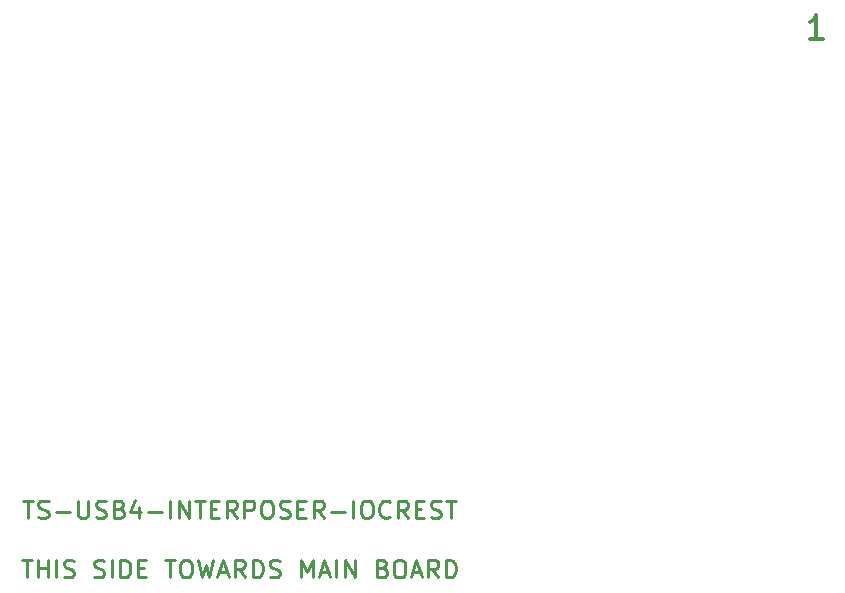
<source format=gbr>
%TF.GenerationSoftware,KiCad,Pcbnew,9.0.0*%
%TF.CreationDate,2025-03-02T12:58:23-05:00*%
%TF.ProjectId,Interposer_Board_IOCrest,496e7465-7270-46f7-9365-725f426f6172,rev?*%
%TF.SameCoordinates,Original*%
%TF.FileFunction,Legend,Top*%
%TF.FilePolarity,Positive*%
%FSLAX46Y46*%
G04 Gerber Fmt 4.6, Leading zero omitted, Abs format (unit mm)*
G04 Created by KiCad (PCBNEW 9.0.0) date 2025-03-02 12:58:23*
%MOMM*%
%LPD*%
G01*
G04 APERTURE LIST*
%ADD10C,0.300000*%
%ADD11C,0.250000*%
G04 APERTURE END LIST*
D10*
X180417528Y-68358238D02*
X179274671Y-68358238D01*
X179846099Y-68358238D02*
X179846099Y-66358238D01*
X179846099Y-66358238D02*
X179655623Y-66643952D01*
X179655623Y-66643952D02*
X179465147Y-66834428D01*
X179465147Y-66834428D02*
X179274671Y-66929666D01*
D11*
X112704671Y-107432028D02*
X113561814Y-107432028D01*
X113133242Y-108932028D02*
X113133242Y-107432028D01*
X113990385Y-108860600D02*
X114204671Y-108932028D01*
X114204671Y-108932028D02*
X114561813Y-108932028D01*
X114561813Y-108932028D02*
X114704671Y-108860600D01*
X114704671Y-108860600D02*
X114776099Y-108789171D01*
X114776099Y-108789171D02*
X114847528Y-108646314D01*
X114847528Y-108646314D02*
X114847528Y-108503457D01*
X114847528Y-108503457D02*
X114776099Y-108360600D01*
X114776099Y-108360600D02*
X114704671Y-108289171D01*
X114704671Y-108289171D02*
X114561813Y-108217742D01*
X114561813Y-108217742D02*
X114276099Y-108146314D01*
X114276099Y-108146314D02*
X114133242Y-108074885D01*
X114133242Y-108074885D02*
X114061813Y-108003457D01*
X114061813Y-108003457D02*
X113990385Y-107860600D01*
X113990385Y-107860600D02*
X113990385Y-107717742D01*
X113990385Y-107717742D02*
X114061813Y-107574885D01*
X114061813Y-107574885D02*
X114133242Y-107503457D01*
X114133242Y-107503457D02*
X114276099Y-107432028D01*
X114276099Y-107432028D02*
X114633242Y-107432028D01*
X114633242Y-107432028D02*
X114847528Y-107503457D01*
X115490384Y-108360600D02*
X116633242Y-108360600D01*
X117347527Y-107432028D02*
X117347527Y-108646314D01*
X117347527Y-108646314D02*
X117418956Y-108789171D01*
X117418956Y-108789171D02*
X117490385Y-108860600D01*
X117490385Y-108860600D02*
X117633242Y-108932028D01*
X117633242Y-108932028D02*
X117918956Y-108932028D01*
X117918956Y-108932028D02*
X118061813Y-108860600D01*
X118061813Y-108860600D02*
X118133242Y-108789171D01*
X118133242Y-108789171D02*
X118204670Y-108646314D01*
X118204670Y-108646314D02*
X118204670Y-107432028D01*
X118847528Y-108860600D02*
X119061814Y-108932028D01*
X119061814Y-108932028D02*
X119418956Y-108932028D01*
X119418956Y-108932028D02*
X119561814Y-108860600D01*
X119561814Y-108860600D02*
X119633242Y-108789171D01*
X119633242Y-108789171D02*
X119704671Y-108646314D01*
X119704671Y-108646314D02*
X119704671Y-108503457D01*
X119704671Y-108503457D02*
X119633242Y-108360600D01*
X119633242Y-108360600D02*
X119561814Y-108289171D01*
X119561814Y-108289171D02*
X119418956Y-108217742D01*
X119418956Y-108217742D02*
X119133242Y-108146314D01*
X119133242Y-108146314D02*
X118990385Y-108074885D01*
X118990385Y-108074885D02*
X118918956Y-108003457D01*
X118918956Y-108003457D02*
X118847528Y-107860600D01*
X118847528Y-107860600D02*
X118847528Y-107717742D01*
X118847528Y-107717742D02*
X118918956Y-107574885D01*
X118918956Y-107574885D02*
X118990385Y-107503457D01*
X118990385Y-107503457D02*
X119133242Y-107432028D01*
X119133242Y-107432028D02*
X119490385Y-107432028D01*
X119490385Y-107432028D02*
X119704671Y-107503457D01*
X120847527Y-108146314D02*
X121061813Y-108217742D01*
X121061813Y-108217742D02*
X121133242Y-108289171D01*
X121133242Y-108289171D02*
X121204670Y-108432028D01*
X121204670Y-108432028D02*
X121204670Y-108646314D01*
X121204670Y-108646314D02*
X121133242Y-108789171D01*
X121133242Y-108789171D02*
X121061813Y-108860600D01*
X121061813Y-108860600D02*
X120918956Y-108932028D01*
X120918956Y-108932028D02*
X120347527Y-108932028D01*
X120347527Y-108932028D02*
X120347527Y-107432028D01*
X120347527Y-107432028D02*
X120847527Y-107432028D01*
X120847527Y-107432028D02*
X120990385Y-107503457D01*
X120990385Y-107503457D02*
X121061813Y-107574885D01*
X121061813Y-107574885D02*
X121133242Y-107717742D01*
X121133242Y-107717742D02*
X121133242Y-107860600D01*
X121133242Y-107860600D02*
X121061813Y-108003457D01*
X121061813Y-108003457D02*
X120990385Y-108074885D01*
X120990385Y-108074885D02*
X120847527Y-108146314D01*
X120847527Y-108146314D02*
X120347527Y-108146314D01*
X122490385Y-107932028D02*
X122490385Y-108932028D01*
X122133242Y-107360600D02*
X121776099Y-108432028D01*
X121776099Y-108432028D02*
X122704670Y-108432028D01*
X123276098Y-108360600D02*
X124418956Y-108360600D01*
X125133241Y-108932028D02*
X125133241Y-107432028D01*
X125847527Y-108932028D02*
X125847527Y-107432028D01*
X125847527Y-107432028D02*
X126704670Y-108932028D01*
X126704670Y-108932028D02*
X126704670Y-107432028D01*
X127204671Y-107432028D02*
X128061814Y-107432028D01*
X127633242Y-108932028D02*
X127633242Y-107432028D01*
X128561813Y-108146314D02*
X129061813Y-108146314D01*
X129276099Y-108932028D02*
X128561813Y-108932028D01*
X128561813Y-108932028D02*
X128561813Y-107432028D01*
X128561813Y-107432028D02*
X129276099Y-107432028D01*
X130776099Y-108932028D02*
X130276099Y-108217742D01*
X129918956Y-108932028D02*
X129918956Y-107432028D01*
X129918956Y-107432028D02*
X130490385Y-107432028D01*
X130490385Y-107432028D02*
X130633242Y-107503457D01*
X130633242Y-107503457D02*
X130704671Y-107574885D01*
X130704671Y-107574885D02*
X130776099Y-107717742D01*
X130776099Y-107717742D02*
X130776099Y-107932028D01*
X130776099Y-107932028D02*
X130704671Y-108074885D01*
X130704671Y-108074885D02*
X130633242Y-108146314D01*
X130633242Y-108146314D02*
X130490385Y-108217742D01*
X130490385Y-108217742D02*
X129918956Y-108217742D01*
X131418956Y-108932028D02*
X131418956Y-107432028D01*
X131418956Y-107432028D02*
X131990385Y-107432028D01*
X131990385Y-107432028D02*
X132133242Y-107503457D01*
X132133242Y-107503457D02*
X132204671Y-107574885D01*
X132204671Y-107574885D02*
X132276099Y-107717742D01*
X132276099Y-107717742D02*
X132276099Y-107932028D01*
X132276099Y-107932028D02*
X132204671Y-108074885D01*
X132204671Y-108074885D02*
X132133242Y-108146314D01*
X132133242Y-108146314D02*
X131990385Y-108217742D01*
X131990385Y-108217742D02*
X131418956Y-108217742D01*
X133204671Y-107432028D02*
X133490385Y-107432028D01*
X133490385Y-107432028D02*
X133633242Y-107503457D01*
X133633242Y-107503457D02*
X133776099Y-107646314D01*
X133776099Y-107646314D02*
X133847528Y-107932028D01*
X133847528Y-107932028D02*
X133847528Y-108432028D01*
X133847528Y-108432028D02*
X133776099Y-108717742D01*
X133776099Y-108717742D02*
X133633242Y-108860600D01*
X133633242Y-108860600D02*
X133490385Y-108932028D01*
X133490385Y-108932028D02*
X133204671Y-108932028D01*
X133204671Y-108932028D02*
X133061814Y-108860600D01*
X133061814Y-108860600D02*
X132918956Y-108717742D01*
X132918956Y-108717742D02*
X132847528Y-108432028D01*
X132847528Y-108432028D02*
X132847528Y-107932028D01*
X132847528Y-107932028D02*
X132918956Y-107646314D01*
X132918956Y-107646314D02*
X133061814Y-107503457D01*
X133061814Y-107503457D02*
X133204671Y-107432028D01*
X134418957Y-108860600D02*
X134633243Y-108932028D01*
X134633243Y-108932028D02*
X134990385Y-108932028D01*
X134990385Y-108932028D02*
X135133243Y-108860600D01*
X135133243Y-108860600D02*
X135204671Y-108789171D01*
X135204671Y-108789171D02*
X135276100Y-108646314D01*
X135276100Y-108646314D02*
X135276100Y-108503457D01*
X135276100Y-108503457D02*
X135204671Y-108360600D01*
X135204671Y-108360600D02*
X135133243Y-108289171D01*
X135133243Y-108289171D02*
X134990385Y-108217742D01*
X134990385Y-108217742D02*
X134704671Y-108146314D01*
X134704671Y-108146314D02*
X134561814Y-108074885D01*
X134561814Y-108074885D02*
X134490385Y-108003457D01*
X134490385Y-108003457D02*
X134418957Y-107860600D01*
X134418957Y-107860600D02*
X134418957Y-107717742D01*
X134418957Y-107717742D02*
X134490385Y-107574885D01*
X134490385Y-107574885D02*
X134561814Y-107503457D01*
X134561814Y-107503457D02*
X134704671Y-107432028D01*
X134704671Y-107432028D02*
X135061814Y-107432028D01*
X135061814Y-107432028D02*
X135276100Y-107503457D01*
X135918956Y-108146314D02*
X136418956Y-108146314D01*
X136633242Y-108932028D02*
X135918956Y-108932028D01*
X135918956Y-108932028D02*
X135918956Y-107432028D01*
X135918956Y-107432028D02*
X136633242Y-107432028D01*
X138133242Y-108932028D02*
X137633242Y-108217742D01*
X137276099Y-108932028D02*
X137276099Y-107432028D01*
X137276099Y-107432028D02*
X137847528Y-107432028D01*
X137847528Y-107432028D02*
X137990385Y-107503457D01*
X137990385Y-107503457D02*
X138061814Y-107574885D01*
X138061814Y-107574885D02*
X138133242Y-107717742D01*
X138133242Y-107717742D02*
X138133242Y-107932028D01*
X138133242Y-107932028D02*
X138061814Y-108074885D01*
X138061814Y-108074885D02*
X137990385Y-108146314D01*
X137990385Y-108146314D02*
X137847528Y-108217742D01*
X137847528Y-108217742D02*
X137276099Y-108217742D01*
X138776099Y-108360600D02*
X139918957Y-108360600D01*
X140633242Y-108932028D02*
X140633242Y-107432028D01*
X141633243Y-107432028D02*
X141918957Y-107432028D01*
X141918957Y-107432028D02*
X142061814Y-107503457D01*
X142061814Y-107503457D02*
X142204671Y-107646314D01*
X142204671Y-107646314D02*
X142276100Y-107932028D01*
X142276100Y-107932028D02*
X142276100Y-108432028D01*
X142276100Y-108432028D02*
X142204671Y-108717742D01*
X142204671Y-108717742D02*
X142061814Y-108860600D01*
X142061814Y-108860600D02*
X141918957Y-108932028D01*
X141918957Y-108932028D02*
X141633243Y-108932028D01*
X141633243Y-108932028D02*
X141490386Y-108860600D01*
X141490386Y-108860600D02*
X141347528Y-108717742D01*
X141347528Y-108717742D02*
X141276100Y-108432028D01*
X141276100Y-108432028D02*
X141276100Y-107932028D01*
X141276100Y-107932028D02*
X141347528Y-107646314D01*
X141347528Y-107646314D02*
X141490386Y-107503457D01*
X141490386Y-107503457D02*
X141633243Y-107432028D01*
X143776100Y-108789171D02*
X143704672Y-108860600D01*
X143704672Y-108860600D02*
X143490386Y-108932028D01*
X143490386Y-108932028D02*
X143347529Y-108932028D01*
X143347529Y-108932028D02*
X143133243Y-108860600D01*
X143133243Y-108860600D02*
X142990386Y-108717742D01*
X142990386Y-108717742D02*
X142918957Y-108574885D01*
X142918957Y-108574885D02*
X142847529Y-108289171D01*
X142847529Y-108289171D02*
X142847529Y-108074885D01*
X142847529Y-108074885D02*
X142918957Y-107789171D01*
X142918957Y-107789171D02*
X142990386Y-107646314D01*
X142990386Y-107646314D02*
X143133243Y-107503457D01*
X143133243Y-107503457D02*
X143347529Y-107432028D01*
X143347529Y-107432028D02*
X143490386Y-107432028D01*
X143490386Y-107432028D02*
X143704672Y-107503457D01*
X143704672Y-107503457D02*
X143776100Y-107574885D01*
X145276100Y-108932028D02*
X144776100Y-108217742D01*
X144418957Y-108932028D02*
X144418957Y-107432028D01*
X144418957Y-107432028D02*
X144990386Y-107432028D01*
X144990386Y-107432028D02*
X145133243Y-107503457D01*
X145133243Y-107503457D02*
X145204672Y-107574885D01*
X145204672Y-107574885D02*
X145276100Y-107717742D01*
X145276100Y-107717742D02*
X145276100Y-107932028D01*
X145276100Y-107932028D02*
X145204672Y-108074885D01*
X145204672Y-108074885D02*
X145133243Y-108146314D01*
X145133243Y-108146314D02*
X144990386Y-108217742D01*
X144990386Y-108217742D02*
X144418957Y-108217742D01*
X145918957Y-108146314D02*
X146418957Y-108146314D01*
X146633243Y-108932028D02*
X145918957Y-108932028D01*
X145918957Y-108932028D02*
X145918957Y-107432028D01*
X145918957Y-107432028D02*
X146633243Y-107432028D01*
X147204672Y-108860600D02*
X147418958Y-108932028D01*
X147418958Y-108932028D02*
X147776100Y-108932028D01*
X147776100Y-108932028D02*
X147918958Y-108860600D01*
X147918958Y-108860600D02*
X147990386Y-108789171D01*
X147990386Y-108789171D02*
X148061815Y-108646314D01*
X148061815Y-108646314D02*
X148061815Y-108503457D01*
X148061815Y-108503457D02*
X147990386Y-108360600D01*
X147990386Y-108360600D02*
X147918958Y-108289171D01*
X147918958Y-108289171D02*
X147776100Y-108217742D01*
X147776100Y-108217742D02*
X147490386Y-108146314D01*
X147490386Y-108146314D02*
X147347529Y-108074885D01*
X147347529Y-108074885D02*
X147276100Y-108003457D01*
X147276100Y-108003457D02*
X147204672Y-107860600D01*
X147204672Y-107860600D02*
X147204672Y-107717742D01*
X147204672Y-107717742D02*
X147276100Y-107574885D01*
X147276100Y-107574885D02*
X147347529Y-107503457D01*
X147347529Y-107503457D02*
X147490386Y-107432028D01*
X147490386Y-107432028D02*
X147847529Y-107432028D01*
X147847529Y-107432028D02*
X148061815Y-107503457D01*
X148490386Y-107432028D02*
X149347529Y-107432028D01*
X148918957Y-108932028D02*
X148918957Y-107432028D01*
X112561814Y-112432028D02*
X113418957Y-112432028D01*
X112990385Y-113932028D02*
X112990385Y-112432028D01*
X113918956Y-113932028D02*
X113918956Y-112432028D01*
X113918956Y-113146314D02*
X114776099Y-113146314D01*
X114776099Y-113932028D02*
X114776099Y-112432028D01*
X115490385Y-113932028D02*
X115490385Y-112432028D01*
X116133243Y-113860600D02*
X116347529Y-113932028D01*
X116347529Y-113932028D02*
X116704671Y-113932028D01*
X116704671Y-113932028D02*
X116847529Y-113860600D01*
X116847529Y-113860600D02*
X116918957Y-113789171D01*
X116918957Y-113789171D02*
X116990386Y-113646314D01*
X116990386Y-113646314D02*
X116990386Y-113503457D01*
X116990386Y-113503457D02*
X116918957Y-113360600D01*
X116918957Y-113360600D02*
X116847529Y-113289171D01*
X116847529Y-113289171D02*
X116704671Y-113217742D01*
X116704671Y-113217742D02*
X116418957Y-113146314D01*
X116418957Y-113146314D02*
X116276100Y-113074885D01*
X116276100Y-113074885D02*
X116204671Y-113003457D01*
X116204671Y-113003457D02*
X116133243Y-112860600D01*
X116133243Y-112860600D02*
X116133243Y-112717742D01*
X116133243Y-112717742D02*
X116204671Y-112574885D01*
X116204671Y-112574885D02*
X116276100Y-112503457D01*
X116276100Y-112503457D02*
X116418957Y-112432028D01*
X116418957Y-112432028D02*
X116776100Y-112432028D01*
X116776100Y-112432028D02*
X116990386Y-112503457D01*
X118704671Y-113860600D02*
X118918957Y-113932028D01*
X118918957Y-113932028D02*
X119276099Y-113932028D01*
X119276099Y-113932028D02*
X119418957Y-113860600D01*
X119418957Y-113860600D02*
X119490385Y-113789171D01*
X119490385Y-113789171D02*
X119561814Y-113646314D01*
X119561814Y-113646314D02*
X119561814Y-113503457D01*
X119561814Y-113503457D02*
X119490385Y-113360600D01*
X119490385Y-113360600D02*
X119418957Y-113289171D01*
X119418957Y-113289171D02*
X119276099Y-113217742D01*
X119276099Y-113217742D02*
X118990385Y-113146314D01*
X118990385Y-113146314D02*
X118847528Y-113074885D01*
X118847528Y-113074885D02*
X118776099Y-113003457D01*
X118776099Y-113003457D02*
X118704671Y-112860600D01*
X118704671Y-112860600D02*
X118704671Y-112717742D01*
X118704671Y-112717742D02*
X118776099Y-112574885D01*
X118776099Y-112574885D02*
X118847528Y-112503457D01*
X118847528Y-112503457D02*
X118990385Y-112432028D01*
X118990385Y-112432028D02*
X119347528Y-112432028D01*
X119347528Y-112432028D02*
X119561814Y-112503457D01*
X120204670Y-113932028D02*
X120204670Y-112432028D01*
X120918956Y-113932028D02*
X120918956Y-112432028D01*
X120918956Y-112432028D02*
X121276099Y-112432028D01*
X121276099Y-112432028D02*
X121490385Y-112503457D01*
X121490385Y-112503457D02*
X121633242Y-112646314D01*
X121633242Y-112646314D02*
X121704671Y-112789171D01*
X121704671Y-112789171D02*
X121776099Y-113074885D01*
X121776099Y-113074885D02*
X121776099Y-113289171D01*
X121776099Y-113289171D02*
X121704671Y-113574885D01*
X121704671Y-113574885D02*
X121633242Y-113717742D01*
X121633242Y-113717742D02*
X121490385Y-113860600D01*
X121490385Y-113860600D02*
X121276099Y-113932028D01*
X121276099Y-113932028D02*
X120918956Y-113932028D01*
X122418956Y-113146314D02*
X122918956Y-113146314D01*
X123133242Y-113932028D02*
X122418956Y-113932028D01*
X122418956Y-113932028D02*
X122418956Y-112432028D01*
X122418956Y-112432028D02*
X123133242Y-112432028D01*
X124704671Y-112432028D02*
X125561814Y-112432028D01*
X125133242Y-113932028D02*
X125133242Y-112432028D01*
X126347528Y-112432028D02*
X126633242Y-112432028D01*
X126633242Y-112432028D02*
X126776099Y-112503457D01*
X126776099Y-112503457D02*
X126918956Y-112646314D01*
X126918956Y-112646314D02*
X126990385Y-112932028D01*
X126990385Y-112932028D02*
X126990385Y-113432028D01*
X126990385Y-113432028D02*
X126918956Y-113717742D01*
X126918956Y-113717742D02*
X126776099Y-113860600D01*
X126776099Y-113860600D02*
X126633242Y-113932028D01*
X126633242Y-113932028D02*
X126347528Y-113932028D01*
X126347528Y-113932028D02*
X126204671Y-113860600D01*
X126204671Y-113860600D02*
X126061813Y-113717742D01*
X126061813Y-113717742D02*
X125990385Y-113432028D01*
X125990385Y-113432028D02*
X125990385Y-112932028D01*
X125990385Y-112932028D02*
X126061813Y-112646314D01*
X126061813Y-112646314D02*
X126204671Y-112503457D01*
X126204671Y-112503457D02*
X126347528Y-112432028D01*
X127490385Y-112432028D02*
X127847528Y-113932028D01*
X127847528Y-113932028D02*
X128133242Y-112860600D01*
X128133242Y-112860600D02*
X128418957Y-113932028D01*
X128418957Y-113932028D02*
X128776100Y-112432028D01*
X129276100Y-113503457D02*
X129990386Y-113503457D01*
X129133243Y-113932028D02*
X129633243Y-112432028D01*
X129633243Y-112432028D02*
X130133243Y-113932028D01*
X131490385Y-113932028D02*
X130990385Y-113217742D01*
X130633242Y-113932028D02*
X130633242Y-112432028D01*
X130633242Y-112432028D02*
X131204671Y-112432028D01*
X131204671Y-112432028D02*
X131347528Y-112503457D01*
X131347528Y-112503457D02*
X131418957Y-112574885D01*
X131418957Y-112574885D02*
X131490385Y-112717742D01*
X131490385Y-112717742D02*
X131490385Y-112932028D01*
X131490385Y-112932028D02*
X131418957Y-113074885D01*
X131418957Y-113074885D02*
X131347528Y-113146314D01*
X131347528Y-113146314D02*
X131204671Y-113217742D01*
X131204671Y-113217742D02*
X130633242Y-113217742D01*
X132133242Y-113932028D02*
X132133242Y-112432028D01*
X132133242Y-112432028D02*
X132490385Y-112432028D01*
X132490385Y-112432028D02*
X132704671Y-112503457D01*
X132704671Y-112503457D02*
X132847528Y-112646314D01*
X132847528Y-112646314D02*
X132918957Y-112789171D01*
X132918957Y-112789171D02*
X132990385Y-113074885D01*
X132990385Y-113074885D02*
X132990385Y-113289171D01*
X132990385Y-113289171D02*
X132918957Y-113574885D01*
X132918957Y-113574885D02*
X132847528Y-113717742D01*
X132847528Y-113717742D02*
X132704671Y-113860600D01*
X132704671Y-113860600D02*
X132490385Y-113932028D01*
X132490385Y-113932028D02*
X132133242Y-113932028D01*
X133561814Y-113860600D02*
X133776100Y-113932028D01*
X133776100Y-113932028D02*
X134133242Y-113932028D01*
X134133242Y-113932028D02*
X134276100Y-113860600D01*
X134276100Y-113860600D02*
X134347528Y-113789171D01*
X134347528Y-113789171D02*
X134418957Y-113646314D01*
X134418957Y-113646314D02*
X134418957Y-113503457D01*
X134418957Y-113503457D02*
X134347528Y-113360600D01*
X134347528Y-113360600D02*
X134276100Y-113289171D01*
X134276100Y-113289171D02*
X134133242Y-113217742D01*
X134133242Y-113217742D02*
X133847528Y-113146314D01*
X133847528Y-113146314D02*
X133704671Y-113074885D01*
X133704671Y-113074885D02*
X133633242Y-113003457D01*
X133633242Y-113003457D02*
X133561814Y-112860600D01*
X133561814Y-112860600D02*
X133561814Y-112717742D01*
X133561814Y-112717742D02*
X133633242Y-112574885D01*
X133633242Y-112574885D02*
X133704671Y-112503457D01*
X133704671Y-112503457D02*
X133847528Y-112432028D01*
X133847528Y-112432028D02*
X134204671Y-112432028D01*
X134204671Y-112432028D02*
X134418957Y-112503457D01*
X136204670Y-113932028D02*
X136204670Y-112432028D01*
X136204670Y-112432028D02*
X136704670Y-113503457D01*
X136704670Y-113503457D02*
X137204670Y-112432028D01*
X137204670Y-112432028D02*
X137204670Y-113932028D01*
X137847528Y-113503457D02*
X138561814Y-113503457D01*
X137704671Y-113932028D02*
X138204671Y-112432028D01*
X138204671Y-112432028D02*
X138704671Y-113932028D01*
X139204670Y-113932028D02*
X139204670Y-112432028D01*
X139918956Y-113932028D02*
X139918956Y-112432028D01*
X139918956Y-112432028D02*
X140776099Y-113932028D01*
X140776099Y-113932028D02*
X140776099Y-112432028D01*
X143133242Y-113146314D02*
X143347528Y-113217742D01*
X143347528Y-113217742D02*
X143418957Y-113289171D01*
X143418957Y-113289171D02*
X143490385Y-113432028D01*
X143490385Y-113432028D02*
X143490385Y-113646314D01*
X143490385Y-113646314D02*
X143418957Y-113789171D01*
X143418957Y-113789171D02*
X143347528Y-113860600D01*
X143347528Y-113860600D02*
X143204671Y-113932028D01*
X143204671Y-113932028D02*
X142633242Y-113932028D01*
X142633242Y-113932028D02*
X142633242Y-112432028D01*
X142633242Y-112432028D02*
X143133242Y-112432028D01*
X143133242Y-112432028D02*
X143276100Y-112503457D01*
X143276100Y-112503457D02*
X143347528Y-112574885D01*
X143347528Y-112574885D02*
X143418957Y-112717742D01*
X143418957Y-112717742D02*
X143418957Y-112860600D01*
X143418957Y-112860600D02*
X143347528Y-113003457D01*
X143347528Y-113003457D02*
X143276100Y-113074885D01*
X143276100Y-113074885D02*
X143133242Y-113146314D01*
X143133242Y-113146314D02*
X142633242Y-113146314D01*
X144418957Y-112432028D02*
X144704671Y-112432028D01*
X144704671Y-112432028D02*
X144847528Y-112503457D01*
X144847528Y-112503457D02*
X144990385Y-112646314D01*
X144990385Y-112646314D02*
X145061814Y-112932028D01*
X145061814Y-112932028D02*
X145061814Y-113432028D01*
X145061814Y-113432028D02*
X144990385Y-113717742D01*
X144990385Y-113717742D02*
X144847528Y-113860600D01*
X144847528Y-113860600D02*
X144704671Y-113932028D01*
X144704671Y-113932028D02*
X144418957Y-113932028D01*
X144418957Y-113932028D02*
X144276100Y-113860600D01*
X144276100Y-113860600D02*
X144133242Y-113717742D01*
X144133242Y-113717742D02*
X144061814Y-113432028D01*
X144061814Y-113432028D02*
X144061814Y-112932028D01*
X144061814Y-112932028D02*
X144133242Y-112646314D01*
X144133242Y-112646314D02*
X144276100Y-112503457D01*
X144276100Y-112503457D02*
X144418957Y-112432028D01*
X145633243Y-113503457D02*
X146347529Y-113503457D01*
X145490386Y-113932028D02*
X145990386Y-112432028D01*
X145990386Y-112432028D02*
X146490386Y-113932028D01*
X147847528Y-113932028D02*
X147347528Y-113217742D01*
X146990385Y-113932028D02*
X146990385Y-112432028D01*
X146990385Y-112432028D02*
X147561814Y-112432028D01*
X147561814Y-112432028D02*
X147704671Y-112503457D01*
X147704671Y-112503457D02*
X147776100Y-112574885D01*
X147776100Y-112574885D02*
X147847528Y-112717742D01*
X147847528Y-112717742D02*
X147847528Y-112932028D01*
X147847528Y-112932028D02*
X147776100Y-113074885D01*
X147776100Y-113074885D02*
X147704671Y-113146314D01*
X147704671Y-113146314D02*
X147561814Y-113217742D01*
X147561814Y-113217742D02*
X146990385Y-113217742D01*
X148490385Y-113932028D02*
X148490385Y-112432028D01*
X148490385Y-112432028D02*
X148847528Y-112432028D01*
X148847528Y-112432028D02*
X149061814Y-112503457D01*
X149061814Y-112503457D02*
X149204671Y-112646314D01*
X149204671Y-112646314D02*
X149276100Y-112789171D01*
X149276100Y-112789171D02*
X149347528Y-113074885D01*
X149347528Y-113074885D02*
X149347528Y-113289171D01*
X149347528Y-113289171D02*
X149276100Y-113574885D01*
X149276100Y-113574885D02*
X149204671Y-113717742D01*
X149204671Y-113717742D02*
X149061814Y-113860600D01*
X149061814Y-113860600D02*
X148847528Y-113932028D01*
X148847528Y-113932028D02*
X148490385Y-113932028D01*
M02*

</source>
